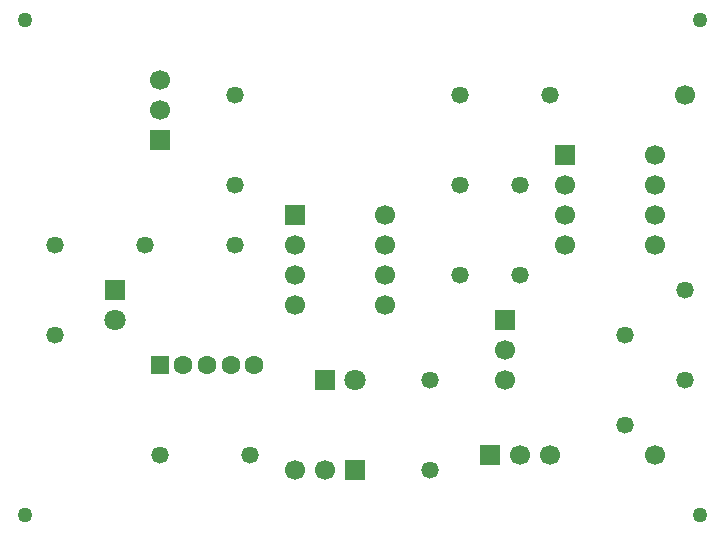
<source format=gbr>
G04 DipTrace 3.2.0.1*
G04 TopMask.gbr*
%MOIN*%
G04 #@! TF.FileFunction,Soldermask,Top*
G04 #@! TF.Part,Single*
%ADD16C,0.05*%
%ADD19R,0.062992X0.062992*%
%ADD31C,0.066929*%
%ADD33C,0.062992*%
%ADD36C,0.066929*%
%ADD38R,0.066929X0.066929*%
%ADD40R,0.070866X0.070866*%
%ADD41C,0.070866*%
%ADD43C,0.057874*%
%ADD45C,0.057874*%
%FSLAX26Y26*%
G04*
G70*
G90*
G75*
G01*
G04 TopMask*
%LPD*%
D45*
X2493701Y1093701D3*
D43*
Y793701D3*
D45*
X1193701Y1393701D3*
D43*
X893701D3*
D45*
X1243701Y693701D3*
D43*
X943701D3*
D41*
X1593701Y943701D3*
D40*
X1493701D3*
D45*
X1843701Y643701D3*
D43*
Y943701D3*
D41*
X793701Y1143701D3*
D40*
Y1243701D3*
D45*
X2693701Y943701D3*
D43*
Y1243701D3*
D45*
X1193701Y1593701D3*
D43*
Y1893701D3*
D38*
X1593701Y643701D3*
D36*
X1493701D3*
X1393701D3*
D45*
X593701Y1393701D3*
D43*
Y1093701D3*
D45*
X2243701Y1893701D3*
D43*
X1943701D3*
D45*
Y1593701D3*
D43*
Y1293701D3*
D38*
X2093701Y1143701D3*
D36*
Y1043701D3*
Y943701D3*
D38*
X2043701Y693701D3*
D36*
X2143701D3*
X2243701D3*
D45*
X2143701Y1293701D3*
D43*
Y1593701D3*
D38*
X943701Y1743701D3*
D36*
Y1843701D3*
Y1943701D3*
D38*
X1393701Y1493701D3*
D36*
Y1393701D3*
Y1293701D3*
Y1193701D3*
X1693701D3*
Y1293701D3*
Y1393701D3*
Y1493701D3*
D19*
X943701Y993701D3*
D33*
X1022441D3*
X1101181D3*
X1179921D3*
X1258661D3*
D16*
X493701Y2143701D3*
X2743701D3*
Y493701D3*
X493701D3*
D31*
X2593701Y693701D3*
X2693701Y1893701D3*
D38*
X2293701Y1693701D3*
D36*
Y1593701D3*
Y1493701D3*
Y1393701D3*
X2593701D3*
Y1493701D3*
Y1593701D3*
Y1693701D3*
M02*

</source>
